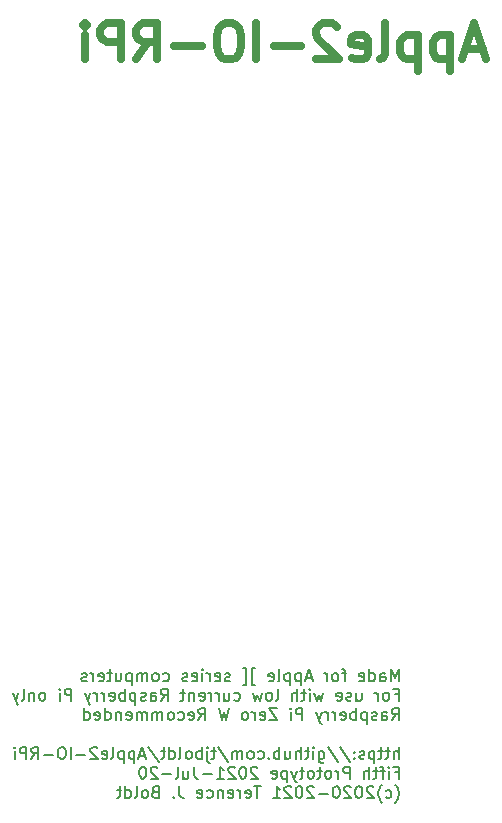
<source format=gbr>
G04 #@! TF.GenerationSoftware,KiCad,Pcbnew,(5.1.10-1-10_14)*
G04 #@! TF.CreationDate,2021-07-20T17:57:18-04:00*
G04 #@! TF.ProjectId,Apple2IORPi,4170706c-6532-4494-9f52-50692e6b6963,0.4*
G04 #@! TF.SameCoordinates,Original*
G04 #@! TF.FileFunction,Legend,Bot*
G04 #@! TF.FilePolarity,Positive*
%FSLAX46Y46*%
G04 Gerber Fmt 4.6, Leading zero omitted, Abs format (unit mm)*
G04 Created by KiCad (PCBNEW (5.1.10-1-10_14)) date 2021-07-20 17:57:18*
%MOMM*%
%LPD*%
G01*
G04 APERTURE LIST*
%ADD10C,0.635000*%
%ADD11C,0.150000*%
G04 APERTURE END LIST*
D10*
X190594342Y-46609000D02*
X189142914Y-46609000D01*
X190884628Y-47479857D02*
X189868628Y-44431857D01*
X188852628Y-47479857D01*
X187836628Y-45447857D02*
X187836628Y-48495857D01*
X187836628Y-45593000D02*
X187546342Y-45447857D01*
X186965771Y-45447857D01*
X186675485Y-45593000D01*
X186530342Y-45738142D01*
X186385200Y-46028428D01*
X186385200Y-46899285D01*
X186530342Y-47189571D01*
X186675485Y-47334714D01*
X186965771Y-47479857D01*
X187546342Y-47479857D01*
X187836628Y-47334714D01*
X185078914Y-45447857D02*
X185078914Y-48495857D01*
X185078914Y-45593000D02*
X184788628Y-45447857D01*
X184208057Y-45447857D01*
X183917771Y-45593000D01*
X183772628Y-45738142D01*
X183627485Y-46028428D01*
X183627485Y-46899285D01*
X183772628Y-47189571D01*
X183917771Y-47334714D01*
X184208057Y-47479857D01*
X184788628Y-47479857D01*
X185078914Y-47334714D01*
X181885771Y-47479857D02*
X182176057Y-47334714D01*
X182321200Y-47044428D01*
X182321200Y-44431857D01*
X179563485Y-47334714D02*
X179853771Y-47479857D01*
X180434342Y-47479857D01*
X180724628Y-47334714D01*
X180869771Y-47044428D01*
X180869771Y-45883285D01*
X180724628Y-45593000D01*
X180434342Y-45447857D01*
X179853771Y-45447857D01*
X179563485Y-45593000D01*
X179418342Y-45883285D01*
X179418342Y-46173571D01*
X180869771Y-46463857D01*
X178257200Y-44722142D02*
X178112057Y-44577000D01*
X177821771Y-44431857D01*
X177096057Y-44431857D01*
X176805771Y-44577000D01*
X176660628Y-44722142D01*
X176515485Y-45012428D01*
X176515485Y-45302714D01*
X176660628Y-45738142D01*
X178402342Y-47479857D01*
X176515485Y-47479857D01*
X175209200Y-46318714D02*
X172886914Y-46318714D01*
X171435485Y-47479857D02*
X171435485Y-44431857D01*
X169403485Y-44431857D02*
X168822914Y-44431857D01*
X168532628Y-44577000D01*
X168242342Y-44867285D01*
X168097200Y-45447857D01*
X168097200Y-46463857D01*
X168242342Y-47044428D01*
X168532628Y-47334714D01*
X168822914Y-47479857D01*
X169403485Y-47479857D01*
X169693771Y-47334714D01*
X169984057Y-47044428D01*
X170129200Y-46463857D01*
X170129200Y-45447857D01*
X169984057Y-44867285D01*
X169693771Y-44577000D01*
X169403485Y-44431857D01*
X166790914Y-46318714D02*
X164468628Y-46318714D01*
X161275485Y-47479857D02*
X162291485Y-46028428D01*
X163017200Y-47479857D02*
X163017200Y-44431857D01*
X161856057Y-44431857D01*
X161565771Y-44577000D01*
X161420628Y-44722142D01*
X161275485Y-45012428D01*
X161275485Y-45447857D01*
X161420628Y-45738142D01*
X161565771Y-45883285D01*
X161856057Y-46028428D01*
X163017200Y-46028428D01*
X159969200Y-47479857D02*
X159969200Y-44431857D01*
X158808057Y-44431857D01*
X158517771Y-44577000D01*
X158372628Y-44722142D01*
X158227485Y-45012428D01*
X158227485Y-45447857D01*
X158372628Y-45738142D01*
X158517771Y-45883285D01*
X158808057Y-46028428D01*
X159969200Y-46028428D01*
X156921200Y-47479857D02*
X156921200Y-45447857D01*
X156921200Y-44431857D02*
X157066342Y-44577000D01*
X156921200Y-44722142D01*
X156776057Y-44577000D01*
X156921200Y-44431857D01*
X156921200Y-44722142D01*
D11*
X183484204Y-100124980D02*
X183484204Y-99124980D01*
X183150871Y-99839266D01*
X182817538Y-99124980D01*
X182817538Y-100124980D01*
X181912776Y-100124980D02*
X181912776Y-99601171D01*
X181960395Y-99505933D01*
X182055633Y-99458314D01*
X182246109Y-99458314D01*
X182341347Y-99505933D01*
X181912776Y-100077361D02*
X182008014Y-100124980D01*
X182246109Y-100124980D01*
X182341347Y-100077361D01*
X182388966Y-99982123D01*
X182388966Y-99886885D01*
X182341347Y-99791647D01*
X182246109Y-99744028D01*
X182008014Y-99744028D01*
X181912776Y-99696409D01*
X181008014Y-100124980D02*
X181008014Y-99124980D01*
X181008014Y-100077361D02*
X181103252Y-100124980D01*
X181293728Y-100124980D01*
X181388966Y-100077361D01*
X181436585Y-100029742D01*
X181484204Y-99934504D01*
X181484204Y-99648790D01*
X181436585Y-99553552D01*
X181388966Y-99505933D01*
X181293728Y-99458314D01*
X181103252Y-99458314D01*
X181008014Y-99505933D01*
X180150871Y-100077361D02*
X180246109Y-100124980D01*
X180436585Y-100124980D01*
X180531823Y-100077361D01*
X180579442Y-99982123D01*
X180579442Y-99601171D01*
X180531823Y-99505933D01*
X180436585Y-99458314D01*
X180246109Y-99458314D01*
X180150871Y-99505933D01*
X180103252Y-99601171D01*
X180103252Y-99696409D01*
X180579442Y-99791647D01*
X179055633Y-99458314D02*
X178674680Y-99458314D01*
X178912776Y-100124980D02*
X178912776Y-99267838D01*
X178865157Y-99172600D01*
X178769919Y-99124980D01*
X178674680Y-99124980D01*
X178198490Y-100124980D02*
X178293728Y-100077361D01*
X178341347Y-100029742D01*
X178388966Y-99934504D01*
X178388966Y-99648790D01*
X178341347Y-99553552D01*
X178293728Y-99505933D01*
X178198490Y-99458314D01*
X178055633Y-99458314D01*
X177960395Y-99505933D01*
X177912776Y-99553552D01*
X177865157Y-99648790D01*
X177865157Y-99934504D01*
X177912776Y-100029742D01*
X177960395Y-100077361D01*
X178055633Y-100124980D01*
X178198490Y-100124980D01*
X177436585Y-100124980D02*
X177436585Y-99458314D01*
X177436585Y-99648790D02*
X177388966Y-99553552D01*
X177341347Y-99505933D01*
X177246109Y-99458314D01*
X177150871Y-99458314D01*
X176103252Y-99839266D02*
X175627061Y-99839266D01*
X176198490Y-100124980D02*
X175865157Y-99124980D01*
X175531823Y-100124980D01*
X175198490Y-99458314D02*
X175198490Y-100458314D01*
X175198490Y-99505933D02*
X175103252Y-99458314D01*
X174912776Y-99458314D01*
X174817538Y-99505933D01*
X174769919Y-99553552D01*
X174722300Y-99648790D01*
X174722300Y-99934504D01*
X174769919Y-100029742D01*
X174817538Y-100077361D01*
X174912776Y-100124980D01*
X175103252Y-100124980D01*
X175198490Y-100077361D01*
X174293728Y-99458314D02*
X174293728Y-100458314D01*
X174293728Y-99505933D02*
X174198490Y-99458314D01*
X174008014Y-99458314D01*
X173912776Y-99505933D01*
X173865157Y-99553552D01*
X173817538Y-99648790D01*
X173817538Y-99934504D01*
X173865157Y-100029742D01*
X173912776Y-100077361D01*
X174008014Y-100124980D01*
X174198490Y-100124980D01*
X174293728Y-100077361D01*
X173246109Y-100124980D02*
X173341347Y-100077361D01*
X173388966Y-99982123D01*
X173388966Y-99124980D01*
X172484204Y-100077361D02*
X172579442Y-100124980D01*
X172769919Y-100124980D01*
X172865157Y-100077361D01*
X172912776Y-99982123D01*
X172912776Y-99601171D01*
X172865157Y-99505933D01*
X172769919Y-99458314D01*
X172579442Y-99458314D01*
X172484204Y-99505933D01*
X172436585Y-99601171D01*
X172436585Y-99696409D01*
X172912776Y-99791647D01*
X171341347Y-100458314D02*
X171103252Y-100458314D01*
X171103252Y-99029742D01*
X171341347Y-99029742D01*
X170293728Y-100458314D02*
X170531823Y-100458314D01*
X170531823Y-99029742D01*
X170293728Y-99029742D01*
X169198490Y-100077361D02*
X169103252Y-100124980D01*
X168912776Y-100124980D01*
X168817538Y-100077361D01*
X168769919Y-99982123D01*
X168769919Y-99934504D01*
X168817538Y-99839266D01*
X168912776Y-99791647D01*
X169055633Y-99791647D01*
X169150871Y-99744028D01*
X169198490Y-99648790D01*
X169198490Y-99601171D01*
X169150871Y-99505933D01*
X169055633Y-99458314D01*
X168912776Y-99458314D01*
X168817538Y-99505933D01*
X167960395Y-100077361D02*
X168055633Y-100124980D01*
X168246109Y-100124980D01*
X168341347Y-100077361D01*
X168388966Y-99982123D01*
X168388966Y-99601171D01*
X168341347Y-99505933D01*
X168246109Y-99458314D01*
X168055633Y-99458314D01*
X167960395Y-99505933D01*
X167912776Y-99601171D01*
X167912776Y-99696409D01*
X168388966Y-99791647D01*
X167484204Y-100124980D02*
X167484204Y-99458314D01*
X167484204Y-99648790D02*
X167436585Y-99553552D01*
X167388966Y-99505933D01*
X167293728Y-99458314D01*
X167198490Y-99458314D01*
X166865157Y-100124980D02*
X166865157Y-99458314D01*
X166865157Y-99124980D02*
X166912776Y-99172600D01*
X166865157Y-99220219D01*
X166817538Y-99172600D01*
X166865157Y-99124980D01*
X166865157Y-99220219D01*
X166008014Y-100077361D02*
X166103252Y-100124980D01*
X166293728Y-100124980D01*
X166388966Y-100077361D01*
X166436585Y-99982123D01*
X166436585Y-99601171D01*
X166388966Y-99505933D01*
X166293728Y-99458314D01*
X166103252Y-99458314D01*
X166008014Y-99505933D01*
X165960395Y-99601171D01*
X165960395Y-99696409D01*
X166436585Y-99791647D01*
X165579442Y-100077361D02*
X165484204Y-100124980D01*
X165293728Y-100124980D01*
X165198490Y-100077361D01*
X165150871Y-99982123D01*
X165150871Y-99934504D01*
X165198490Y-99839266D01*
X165293728Y-99791647D01*
X165436585Y-99791647D01*
X165531823Y-99744028D01*
X165579442Y-99648790D01*
X165579442Y-99601171D01*
X165531823Y-99505933D01*
X165436585Y-99458314D01*
X165293728Y-99458314D01*
X165198490Y-99505933D01*
X163531823Y-100077361D02*
X163627061Y-100124980D01*
X163817538Y-100124980D01*
X163912776Y-100077361D01*
X163960395Y-100029742D01*
X164008014Y-99934504D01*
X164008014Y-99648790D01*
X163960395Y-99553552D01*
X163912776Y-99505933D01*
X163817538Y-99458314D01*
X163627061Y-99458314D01*
X163531823Y-99505933D01*
X162960395Y-100124980D02*
X163055633Y-100077361D01*
X163103252Y-100029742D01*
X163150871Y-99934504D01*
X163150871Y-99648790D01*
X163103252Y-99553552D01*
X163055633Y-99505933D01*
X162960395Y-99458314D01*
X162817538Y-99458314D01*
X162722300Y-99505933D01*
X162674680Y-99553552D01*
X162627061Y-99648790D01*
X162627061Y-99934504D01*
X162674680Y-100029742D01*
X162722300Y-100077361D01*
X162817538Y-100124980D01*
X162960395Y-100124980D01*
X162198490Y-100124980D02*
X162198490Y-99458314D01*
X162198490Y-99553552D02*
X162150871Y-99505933D01*
X162055633Y-99458314D01*
X161912776Y-99458314D01*
X161817538Y-99505933D01*
X161769919Y-99601171D01*
X161769919Y-100124980D01*
X161769919Y-99601171D02*
X161722300Y-99505933D01*
X161627061Y-99458314D01*
X161484204Y-99458314D01*
X161388966Y-99505933D01*
X161341347Y-99601171D01*
X161341347Y-100124980D01*
X160865157Y-99458314D02*
X160865157Y-100458314D01*
X160865157Y-99505933D02*
X160769919Y-99458314D01*
X160579442Y-99458314D01*
X160484204Y-99505933D01*
X160436585Y-99553552D01*
X160388966Y-99648790D01*
X160388966Y-99934504D01*
X160436585Y-100029742D01*
X160484204Y-100077361D01*
X160579442Y-100124980D01*
X160769919Y-100124980D01*
X160865157Y-100077361D01*
X159531823Y-99458314D02*
X159531823Y-100124980D01*
X159960395Y-99458314D02*
X159960395Y-99982123D01*
X159912776Y-100077361D01*
X159817538Y-100124980D01*
X159674680Y-100124980D01*
X159579442Y-100077361D01*
X159531823Y-100029742D01*
X159198490Y-99458314D02*
X158817538Y-99458314D01*
X159055633Y-99124980D02*
X159055633Y-99982123D01*
X159008014Y-100077361D01*
X158912776Y-100124980D01*
X158817538Y-100124980D01*
X158103252Y-100077361D02*
X158198490Y-100124980D01*
X158388966Y-100124980D01*
X158484204Y-100077361D01*
X158531823Y-99982123D01*
X158531823Y-99601171D01*
X158484204Y-99505933D01*
X158388966Y-99458314D01*
X158198490Y-99458314D01*
X158103252Y-99505933D01*
X158055633Y-99601171D01*
X158055633Y-99696409D01*
X158531823Y-99791647D01*
X157627061Y-100124980D02*
X157627061Y-99458314D01*
X157627061Y-99648790D02*
X157579442Y-99553552D01*
X157531823Y-99505933D01*
X157436585Y-99458314D01*
X157341347Y-99458314D01*
X157055633Y-100077361D02*
X156960395Y-100124980D01*
X156769919Y-100124980D01*
X156674680Y-100077361D01*
X156627061Y-99982123D01*
X156627061Y-99934504D01*
X156674680Y-99839266D01*
X156769919Y-99791647D01*
X156912776Y-99791647D01*
X157008014Y-99744028D01*
X157055633Y-99648790D01*
X157055633Y-99601171D01*
X157008014Y-99505933D01*
X156912776Y-99458314D01*
X156769919Y-99458314D01*
X156674680Y-99505933D01*
X183150871Y-101251171D02*
X183484204Y-101251171D01*
X183484204Y-101774980D02*
X183484204Y-100774980D01*
X183008014Y-100774980D01*
X182484204Y-101774980D02*
X182579442Y-101727361D01*
X182627061Y-101679742D01*
X182674680Y-101584504D01*
X182674680Y-101298790D01*
X182627061Y-101203552D01*
X182579442Y-101155933D01*
X182484204Y-101108314D01*
X182341347Y-101108314D01*
X182246109Y-101155933D01*
X182198490Y-101203552D01*
X182150871Y-101298790D01*
X182150871Y-101584504D01*
X182198490Y-101679742D01*
X182246109Y-101727361D01*
X182341347Y-101774980D01*
X182484204Y-101774980D01*
X181722300Y-101774980D02*
X181722300Y-101108314D01*
X181722300Y-101298790D02*
X181674680Y-101203552D01*
X181627061Y-101155933D01*
X181531823Y-101108314D01*
X181436585Y-101108314D01*
X179912776Y-101108314D02*
X179912776Y-101774980D01*
X180341347Y-101108314D02*
X180341347Y-101632123D01*
X180293728Y-101727361D01*
X180198490Y-101774980D01*
X180055633Y-101774980D01*
X179960395Y-101727361D01*
X179912776Y-101679742D01*
X179484204Y-101727361D02*
X179388966Y-101774980D01*
X179198490Y-101774980D01*
X179103252Y-101727361D01*
X179055633Y-101632123D01*
X179055633Y-101584504D01*
X179103252Y-101489266D01*
X179198490Y-101441647D01*
X179341347Y-101441647D01*
X179436585Y-101394028D01*
X179484204Y-101298790D01*
X179484204Y-101251171D01*
X179436585Y-101155933D01*
X179341347Y-101108314D01*
X179198490Y-101108314D01*
X179103252Y-101155933D01*
X178246109Y-101727361D02*
X178341347Y-101774980D01*
X178531823Y-101774980D01*
X178627061Y-101727361D01*
X178674680Y-101632123D01*
X178674680Y-101251171D01*
X178627061Y-101155933D01*
X178531823Y-101108314D01*
X178341347Y-101108314D01*
X178246109Y-101155933D01*
X178198490Y-101251171D01*
X178198490Y-101346409D01*
X178674680Y-101441647D01*
X177103252Y-101108314D02*
X176912776Y-101774980D01*
X176722300Y-101298790D01*
X176531823Y-101774980D01*
X176341347Y-101108314D01*
X175960395Y-101774980D02*
X175960395Y-101108314D01*
X175960395Y-100774980D02*
X176008014Y-100822600D01*
X175960395Y-100870219D01*
X175912776Y-100822600D01*
X175960395Y-100774980D01*
X175960395Y-100870219D01*
X175627061Y-101108314D02*
X175246109Y-101108314D01*
X175484204Y-100774980D02*
X175484204Y-101632123D01*
X175436585Y-101727361D01*
X175341347Y-101774980D01*
X175246109Y-101774980D01*
X174912776Y-101774980D02*
X174912776Y-100774980D01*
X174484204Y-101774980D02*
X174484204Y-101251171D01*
X174531823Y-101155933D01*
X174627061Y-101108314D01*
X174769919Y-101108314D01*
X174865157Y-101155933D01*
X174912776Y-101203552D01*
X173103252Y-101774980D02*
X173198490Y-101727361D01*
X173246109Y-101632123D01*
X173246109Y-100774980D01*
X172579442Y-101774980D02*
X172674680Y-101727361D01*
X172722300Y-101679742D01*
X172769919Y-101584504D01*
X172769919Y-101298790D01*
X172722300Y-101203552D01*
X172674680Y-101155933D01*
X172579442Y-101108314D01*
X172436585Y-101108314D01*
X172341347Y-101155933D01*
X172293728Y-101203552D01*
X172246109Y-101298790D01*
X172246109Y-101584504D01*
X172293728Y-101679742D01*
X172341347Y-101727361D01*
X172436585Y-101774980D01*
X172579442Y-101774980D01*
X171912776Y-101108314D02*
X171722300Y-101774980D01*
X171531823Y-101298790D01*
X171341347Y-101774980D01*
X171150871Y-101108314D01*
X169579442Y-101727361D02*
X169674680Y-101774980D01*
X169865157Y-101774980D01*
X169960395Y-101727361D01*
X170008014Y-101679742D01*
X170055633Y-101584504D01*
X170055633Y-101298790D01*
X170008014Y-101203552D01*
X169960395Y-101155933D01*
X169865157Y-101108314D01*
X169674680Y-101108314D01*
X169579442Y-101155933D01*
X168722300Y-101108314D02*
X168722300Y-101774980D01*
X169150871Y-101108314D02*
X169150871Y-101632123D01*
X169103252Y-101727361D01*
X169008014Y-101774980D01*
X168865157Y-101774980D01*
X168769919Y-101727361D01*
X168722300Y-101679742D01*
X168246109Y-101774980D02*
X168246109Y-101108314D01*
X168246109Y-101298790D02*
X168198490Y-101203552D01*
X168150871Y-101155933D01*
X168055633Y-101108314D01*
X167960395Y-101108314D01*
X167627061Y-101774980D02*
X167627061Y-101108314D01*
X167627061Y-101298790D02*
X167579442Y-101203552D01*
X167531823Y-101155933D01*
X167436585Y-101108314D01*
X167341347Y-101108314D01*
X166627061Y-101727361D02*
X166722300Y-101774980D01*
X166912776Y-101774980D01*
X167008014Y-101727361D01*
X167055633Y-101632123D01*
X167055633Y-101251171D01*
X167008014Y-101155933D01*
X166912776Y-101108314D01*
X166722300Y-101108314D01*
X166627061Y-101155933D01*
X166579442Y-101251171D01*
X166579442Y-101346409D01*
X167055633Y-101441647D01*
X166150871Y-101108314D02*
X166150871Y-101774980D01*
X166150871Y-101203552D02*
X166103252Y-101155933D01*
X166008014Y-101108314D01*
X165865157Y-101108314D01*
X165769919Y-101155933D01*
X165722300Y-101251171D01*
X165722300Y-101774980D01*
X165388966Y-101108314D02*
X165008014Y-101108314D01*
X165246109Y-100774980D02*
X165246109Y-101632123D01*
X165198490Y-101727361D01*
X165103252Y-101774980D01*
X165008014Y-101774980D01*
X163341347Y-101774980D02*
X163674680Y-101298790D01*
X163912776Y-101774980D02*
X163912776Y-100774980D01*
X163531823Y-100774980D01*
X163436585Y-100822600D01*
X163388966Y-100870219D01*
X163341347Y-100965457D01*
X163341347Y-101108314D01*
X163388966Y-101203552D01*
X163436585Y-101251171D01*
X163531823Y-101298790D01*
X163912776Y-101298790D01*
X162484204Y-101774980D02*
X162484204Y-101251171D01*
X162531823Y-101155933D01*
X162627061Y-101108314D01*
X162817538Y-101108314D01*
X162912776Y-101155933D01*
X162484204Y-101727361D02*
X162579442Y-101774980D01*
X162817538Y-101774980D01*
X162912776Y-101727361D01*
X162960395Y-101632123D01*
X162960395Y-101536885D01*
X162912776Y-101441647D01*
X162817538Y-101394028D01*
X162579442Y-101394028D01*
X162484204Y-101346409D01*
X162055633Y-101727361D02*
X161960395Y-101774980D01*
X161769919Y-101774980D01*
X161674680Y-101727361D01*
X161627061Y-101632123D01*
X161627061Y-101584504D01*
X161674680Y-101489266D01*
X161769919Y-101441647D01*
X161912776Y-101441647D01*
X162008014Y-101394028D01*
X162055633Y-101298790D01*
X162055633Y-101251171D01*
X162008014Y-101155933D01*
X161912776Y-101108314D01*
X161769919Y-101108314D01*
X161674680Y-101155933D01*
X161198490Y-101108314D02*
X161198490Y-102108314D01*
X161198490Y-101155933D02*
X161103252Y-101108314D01*
X160912776Y-101108314D01*
X160817538Y-101155933D01*
X160769919Y-101203552D01*
X160722300Y-101298790D01*
X160722300Y-101584504D01*
X160769919Y-101679742D01*
X160817538Y-101727361D01*
X160912776Y-101774980D01*
X161103252Y-101774980D01*
X161198490Y-101727361D01*
X160293728Y-101774980D02*
X160293728Y-100774980D01*
X160293728Y-101155933D02*
X160198490Y-101108314D01*
X160008014Y-101108314D01*
X159912776Y-101155933D01*
X159865157Y-101203552D01*
X159817538Y-101298790D01*
X159817538Y-101584504D01*
X159865157Y-101679742D01*
X159912776Y-101727361D01*
X160008014Y-101774980D01*
X160198490Y-101774980D01*
X160293728Y-101727361D01*
X159008014Y-101727361D02*
X159103252Y-101774980D01*
X159293728Y-101774980D01*
X159388966Y-101727361D01*
X159436585Y-101632123D01*
X159436585Y-101251171D01*
X159388966Y-101155933D01*
X159293728Y-101108314D01*
X159103252Y-101108314D01*
X159008014Y-101155933D01*
X158960395Y-101251171D01*
X158960395Y-101346409D01*
X159436585Y-101441647D01*
X158531823Y-101774980D02*
X158531823Y-101108314D01*
X158531823Y-101298790D02*
X158484204Y-101203552D01*
X158436585Y-101155933D01*
X158341347Y-101108314D01*
X158246109Y-101108314D01*
X157912776Y-101774980D02*
X157912776Y-101108314D01*
X157912776Y-101298790D02*
X157865157Y-101203552D01*
X157817538Y-101155933D01*
X157722300Y-101108314D01*
X157627061Y-101108314D01*
X157388966Y-101108314D02*
X157150871Y-101774980D01*
X156912776Y-101108314D02*
X157150871Y-101774980D01*
X157246109Y-102013076D01*
X157293728Y-102060695D01*
X157388966Y-102108314D01*
X155769919Y-101774980D02*
X155769919Y-100774980D01*
X155388966Y-100774980D01*
X155293728Y-100822600D01*
X155246109Y-100870219D01*
X155198490Y-100965457D01*
X155198490Y-101108314D01*
X155246109Y-101203552D01*
X155293728Y-101251171D01*
X155388966Y-101298790D01*
X155769919Y-101298790D01*
X154769919Y-101774980D02*
X154769919Y-101108314D01*
X154769919Y-100774980D02*
X154817538Y-100822600D01*
X154769919Y-100870219D01*
X154722300Y-100822600D01*
X154769919Y-100774980D01*
X154769919Y-100870219D01*
X153388966Y-101774980D02*
X153484204Y-101727361D01*
X153531823Y-101679742D01*
X153579442Y-101584504D01*
X153579442Y-101298790D01*
X153531823Y-101203552D01*
X153484204Y-101155933D01*
X153388966Y-101108314D01*
X153246109Y-101108314D01*
X153150871Y-101155933D01*
X153103252Y-101203552D01*
X153055633Y-101298790D01*
X153055633Y-101584504D01*
X153103252Y-101679742D01*
X153150871Y-101727361D01*
X153246109Y-101774980D01*
X153388966Y-101774980D01*
X152627061Y-101108314D02*
X152627061Y-101774980D01*
X152627061Y-101203552D02*
X152579442Y-101155933D01*
X152484204Y-101108314D01*
X152341347Y-101108314D01*
X152246109Y-101155933D01*
X152198490Y-101251171D01*
X152198490Y-101774980D01*
X151579442Y-101774980D02*
X151674680Y-101727361D01*
X151722300Y-101632123D01*
X151722300Y-100774980D01*
X151293728Y-101108314D02*
X151055633Y-101774980D01*
X150817538Y-101108314D02*
X151055633Y-101774980D01*
X151150871Y-102013076D01*
X151198490Y-102060695D01*
X151293728Y-102108314D01*
X182912776Y-103424980D02*
X183246109Y-102948790D01*
X183484204Y-103424980D02*
X183484204Y-102424980D01*
X183103252Y-102424980D01*
X183008014Y-102472600D01*
X182960395Y-102520219D01*
X182912776Y-102615457D01*
X182912776Y-102758314D01*
X182960395Y-102853552D01*
X183008014Y-102901171D01*
X183103252Y-102948790D01*
X183484204Y-102948790D01*
X182055633Y-103424980D02*
X182055633Y-102901171D01*
X182103252Y-102805933D01*
X182198490Y-102758314D01*
X182388966Y-102758314D01*
X182484204Y-102805933D01*
X182055633Y-103377361D02*
X182150871Y-103424980D01*
X182388966Y-103424980D01*
X182484204Y-103377361D01*
X182531823Y-103282123D01*
X182531823Y-103186885D01*
X182484204Y-103091647D01*
X182388966Y-103044028D01*
X182150871Y-103044028D01*
X182055633Y-102996409D01*
X181627061Y-103377361D02*
X181531823Y-103424980D01*
X181341347Y-103424980D01*
X181246109Y-103377361D01*
X181198490Y-103282123D01*
X181198490Y-103234504D01*
X181246109Y-103139266D01*
X181341347Y-103091647D01*
X181484204Y-103091647D01*
X181579442Y-103044028D01*
X181627061Y-102948790D01*
X181627061Y-102901171D01*
X181579442Y-102805933D01*
X181484204Y-102758314D01*
X181341347Y-102758314D01*
X181246109Y-102805933D01*
X180769919Y-102758314D02*
X180769919Y-103758314D01*
X180769919Y-102805933D02*
X180674680Y-102758314D01*
X180484204Y-102758314D01*
X180388966Y-102805933D01*
X180341347Y-102853552D01*
X180293728Y-102948790D01*
X180293728Y-103234504D01*
X180341347Y-103329742D01*
X180388966Y-103377361D01*
X180484204Y-103424980D01*
X180674680Y-103424980D01*
X180769919Y-103377361D01*
X179865157Y-103424980D02*
X179865157Y-102424980D01*
X179865157Y-102805933D02*
X179769919Y-102758314D01*
X179579442Y-102758314D01*
X179484204Y-102805933D01*
X179436585Y-102853552D01*
X179388966Y-102948790D01*
X179388966Y-103234504D01*
X179436585Y-103329742D01*
X179484204Y-103377361D01*
X179579442Y-103424980D01*
X179769919Y-103424980D01*
X179865157Y-103377361D01*
X178579442Y-103377361D02*
X178674680Y-103424980D01*
X178865157Y-103424980D01*
X178960395Y-103377361D01*
X179008014Y-103282123D01*
X179008014Y-102901171D01*
X178960395Y-102805933D01*
X178865157Y-102758314D01*
X178674680Y-102758314D01*
X178579442Y-102805933D01*
X178531823Y-102901171D01*
X178531823Y-102996409D01*
X179008014Y-103091647D01*
X178103252Y-103424980D02*
X178103252Y-102758314D01*
X178103252Y-102948790D02*
X178055633Y-102853552D01*
X178008014Y-102805933D01*
X177912776Y-102758314D01*
X177817538Y-102758314D01*
X177484204Y-103424980D02*
X177484204Y-102758314D01*
X177484204Y-102948790D02*
X177436585Y-102853552D01*
X177388966Y-102805933D01*
X177293728Y-102758314D01*
X177198490Y-102758314D01*
X176960395Y-102758314D02*
X176722300Y-103424980D01*
X176484204Y-102758314D02*
X176722300Y-103424980D01*
X176817538Y-103663076D01*
X176865157Y-103710695D01*
X176960395Y-103758314D01*
X175341347Y-103424980D02*
X175341347Y-102424980D01*
X174960395Y-102424980D01*
X174865157Y-102472600D01*
X174817538Y-102520219D01*
X174769919Y-102615457D01*
X174769919Y-102758314D01*
X174817538Y-102853552D01*
X174865157Y-102901171D01*
X174960395Y-102948790D01*
X175341347Y-102948790D01*
X174341347Y-103424980D02*
X174341347Y-102758314D01*
X174341347Y-102424980D02*
X174388966Y-102472600D01*
X174341347Y-102520219D01*
X174293728Y-102472600D01*
X174341347Y-102424980D01*
X174341347Y-102520219D01*
X173198490Y-102424980D02*
X172531823Y-102424980D01*
X173198490Y-103424980D01*
X172531823Y-103424980D01*
X171769919Y-103377361D02*
X171865157Y-103424980D01*
X172055633Y-103424980D01*
X172150871Y-103377361D01*
X172198490Y-103282123D01*
X172198490Y-102901171D01*
X172150871Y-102805933D01*
X172055633Y-102758314D01*
X171865157Y-102758314D01*
X171769919Y-102805933D01*
X171722300Y-102901171D01*
X171722300Y-102996409D01*
X172198490Y-103091647D01*
X171293728Y-103424980D02*
X171293728Y-102758314D01*
X171293728Y-102948790D02*
X171246109Y-102853552D01*
X171198490Y-102805933D01*
X171103252Y-102758314D01*
X171008014Y-102758314D01*
X170531823Y-103424980D02*
X170627061Y-103377361D01*
X170674680Y-103329742D01*
X170722300Y-103234504D01*
X170722300Y-102948790D01*
X170674680Y-102853552D01*
X170627061Y-102805933D01*
X170531823Y-102758314D01*
X170388966Y-102758314D01*
X170293728Y-102805933D01*
X170246109Y-102853552D01*
X170198490Y-102948790D01*
X170198490Y-103234504D01*
X170246109Y-103329742D01*
X170293728Y-103377361D01*
X170388966Y-103424980D01*
X170531823Y-103424980D01*
X169103252Y-102424980D02*
X168865157Y-103424980D01*
X168674680Y-102710695D01*
X168484204Y-103424980D01*
X168246109Y-102424980D01*
X166531823Y-103424980D02*
X166865157Y-102948790D01*
X167103252Y-103424980D02*
X167103252Y-102424980D01*
X166722300Y-102424980D01*
X166627061Y-102472600D01*
X166579442Y-102520219D01*
X166531823Y-102615457D01*
X166531823Y-102758314D01*
X166579442Y-102853552D01*
X166627061Y-102901171D01*
X166722300Y-102948790D01*
X167103252Y-102948790D01*
X165722300Y-103377361D02*
X165817538Y-103424980D01*
X166008014Y-103424980D01*
X166103252Y-103377361D01*
X166150871Y-103282123D01*
X166150871Y-102901171D01*
X166103252Y-102805933D01*
X166008014Y-102758314D01*
X165817538Y-102758314D01*
X165722300Y-102805933D01*
X165674680Y-102901171D01*
X165674680Y-102996409D01*
X166150871Y-103091647D01*
X164817538Y-103377361D02*
X164912776Y-103424980D01*
X165103252Y-103424980D01*
X165198490Y-103377361D01*
X165246109Y-103329742D01*
X165293728Y-103234504D01*
X165293728Y-102948790D01*
X165246109Y-102853552D01*
X165198490Y-102805933D01*
X165103252Y-102758314D01*
X164912776Y-102758314D01*
X164817538Y-102805933D01*
X164246109Y-103424980D02*
X164341347Y-103377361D01*
X164388966Y-103329742D01*
X164436585Y-103234504D01*
X164436585Y-102948790D01*
X164388966Y-102853552D01*
X164341347Y-102805933D01*
X164246109Y-102758314D01*
X164103252Y-102758314D01*
X164008014Y-102805933D01*
X163960395Y-102853552D01*
X163912776Y-102948790D01*
X163912776Y-103234504D01*
X163960395Y-103329742D01*
X164008014Y-103377361D01*
X164103252Y-103424980D01*
X164246109Y-103424980D01*
X163484204Y-103424980D02*
X163484204Y-102758314D01*
X163484204Y-102853552D02*
X163436585Y-102805933D01*
X163341347Y-102758314D01*
X163198490Y-102758314D01*
X163103252Y-102805933D01*
X163055633Y-102901171D01*
X163055633Y-103424980D01*
X163055633Y-102901171D02*
X163008014Y-102805933D01*
X162912776Y-102758314D01*
X162769919Y-102758314D01*
X162674680Y-102805933D01*
X162627061Y-102901171D01*
X162627061Y-103424980D01*
X162150871Y-103424980D02*
X162150871Y-102758314D01*
X162150871Y-102853552D02*
X162103252Y-102805933D01*
X162008014Y-102758314D01*
X161865157Y-102758314D01*
X161769919Y-102805933D01*
X161722300Y-102901171D01*
X161722300Y-103424980D01*
X161722300Y-102901171D02*
X161674680Y-102805933D01*
X161579442Y-102758314D01*
X161436585Y-102758314D01*
X161341347Y-102805933D01*
X161293728Y-102901171D01*
X161293728Y-103424980D01*
X160436585Y-103377361D02*
X160531823Y-103424980D01*
X160722300Y-103424980D01*
X160817538Y-103377361D01*
X160865157Y-103282123D01*
X160865157Y-102901171D01*
X160817538Y-102805933D01*
X160722300Y-102758314D01*
X160531823Y-102758314D01*
X160436585Y-102805933D01*
X160388966Y-102901171D01*
X160388966Y-102996409D01*
X160865157Y-103091647D01*
X159960395Y-102758314D02*
X159960395Y-103424980D01*
X159960395Y-102853552D02*
X159912776Y-102805933D01*
X159817538Y-102758314D01*
X159674680Y-102758314D01*
X159579442Y-102805933D01*
X159531823Y-102901171D01*
X159531823Y-103424980D01*
X158627061Y-103424980D02*
X158627061Y-102424980D01*
X158627061Y-103377361D02*
X158722300Y-103424980D01*
X158912776Y-103424980D01*
X159008014Y-103377361D01*
X159055633Y-103329742D01*
X159103252Y-103234504D01*
X159103252Y-102948790D01*
X159055633Y-102853552D01*
X159008014Y-102805933D01*
X158912776Y-102758314D01*
X158722300Y-102758314D01*
X158627061Y-102805933D01*
X157769919Y-103377361D02*
X157865157Y-103424980D01*
X158055633Y-103424980D01*
X158150871Y-103377361D01*
X158198490Y-103282123D01*
X158198490Y-102901171D01*
X158150871Y-102805933D01*
X158055633Y-102758314D01*
X157865157Y-102758314D01*
X157769919Y-102805933D01*
X157722300Y-102901171D01*
X157722300Y-102996409D01*
X158198490Y-103091647D01*
X156865157Y-103424980D02*
X156865157Y-102424980D01*
X156865157Y-103377361D02*
X156960395Y-103424980D01*
X157150871Y-103424980D01*
X157246109Y-103377361D01*
X157293728Y-103329742D01*
X157341347Y-103234504D01*
X157341347Y-102948790D01*
X157293728Y-102853552D01*
X157246109Y-102805933D01*
X157150871Y-102758314D01*
X156960395Y-102758314D01*
X156865157Y-102805933D01*
X183484204Y-106724980D02*
X183484204Y-105724980D01*
X183055633Y-106724980D02*
X183055633Y-106201171D01*
X183103252Y-106105933D01*
X183198490Y-106058314D01*
X183341347Y-106058314D01*
X183436585Y-106105933D01*
X183484204Y-106153552D01*
X182722300Y-106058314D02*
X182341347Y-106058314D01*
X182579442Y-105724980D02*
X182579442Y-106582123D01*
X182531823Y-106677361D01*
X182436585Y-106724980D01*
X182341347Y-106724980D01*
X182150871Y-106058314D02*
X181769919Y-106058314D01*
X182008014Y-105724980D02*
X182008014Y-106582123D01*
X181960395Y-106677361D01*
X181865157Y-106724980D01*
X181769919Y-106724980D01*
X181436585Y-106058314D02*
X181436585Y-107058314D01*
X181436585Y-106105933D02*
X181341347Y-106058314D01*
X181150871Y-106058314D01*
X181055633Y-106105933D01*
X181008014Y-106153552D01*
X180960395Y-106248790D01*
X180960395Y-106534504D01*
X181008014Y-106629742D01*
X181055633Y-106677361D01*
X181150871Y-106724980D01*
X181341347Y-106724980D01*
X181436585Y-106677361D01*
X180579442Y-106677361D02*
X180484204Y-106724980D01*
X180293728Y-106724980D01*
X180198490Y-106677361D01*
X180150871Y-106582123D01*
X180150871Y-106534504D01*
X180198490Y-106439266D01*
X180293728Y-106391647D01*
X180436585Y-106391647D01*
X180531823Y-106344028D01*
X180579442Y-106248790D01*
X180579442Y-106201171D01*
X180531823Y-106105933D01*
X180436585Y-106058314D01*
X180293728Y-106058314D01*
X180198490Y-106105933D01*
X179722300Y-106629742D02*
X179674680Y-106677361D01*
X179722300Y-106724980D01*
X179769919Y-106677361D01*
X179722300Y-106629742D01*
X179722300Y-106724980D01*
X179722300Y-106105933D02*
X179674680Y-106153552D01*
X179722300Y-106201171D01*
X179769919Y-106153552D01*
X179722300Y-106105933D01*
X179722300Y-106201171D01*
X178531823Y-105677361D02*
X179388966Y-106963076D01*
X177484204Y-105677361D02*
X178341347Y-106963076D01*
X176722300Y-106058314D02*
X176722300Y-106867838D01*
X176769919Y-106963076D01*
X176817538Y-107010695D01*
X176912776Y-107058314D01*
X177055633Y-107058314D01*
X177150871Y-107010695D01*
X176722300Y-106677361D02*
X176817538Y-106724980D01*
X177008014Y-106724980D01*
X177103252Y-106677361D01*
X177150871Y-106629742D01*
X177198490Y-106534504D01*
X177198490Y-106248790D01*
X177150871Y-106153552D01*
X177103252Y-106105933D01*
X177008014Y-106058314D01*
X176817538Y-106058314D01*
X176722300Y-106105933D01*
X176246109Y-106724980D02*
X176246109Y-106058314D01*
X176246109Y-105724980D02*
X176293728Y-105772600D01*
X176246109Y-105820219D01*
X176198490Y-105772600D01*
X176246109Y-105724980D01*
X176246109Y-105820219D01*
X175912776Y-106058314D02*
X175531823Y-106058314D01*
X175769919Y-105724980D02*
X175769919Y-106582123D01*
X175722300Y-106677361D01*
X175627061Y-106724980D01*
X175531823Y-106724980D01*
X175198490Y-106724980D02*
X175198490Y-105724980D01*
X174769919Y-106724980D02*
X174769919Y-106201171D01*
X174817538Y-106105933D01*
X174912776Y-106058314D01*
X175055633Y-106058314D01*
X175150871Y-106105933D01*
X175198490Y-106153552D01*
X173865157Y-106058314D02*
X173865157Y-106724980D01*
X174293728Y-106058314D02*
X174293728Y-106582123D01*
X174246109Y-106677361D01*
X174150871Y-106724980D01*
X174008014Y-106724980D01*
X173912776Y-106677361D01*
X173865157Y-106629742D01*
X173388966Y-106724980D02*
X173388966Y-105724980D01*
X173388966Y-106105933D02*
X173293728Y-106058314D01*
X173103252Y-106058314D01*
X173008014Y-106105933D01*
X172960395Y-106153552D01*
X172912776Y-106248790D01*
X172912776Y-106534504D01*
X172960395Y-106629742D01*
X173008014Y-106677361D01*
X173103252Y-106724980D01*
X173293728Y-106724980D01*
X173388966Y-106677361D01*
X172484204Y-106629742D02*
X172436585Y-106677361D01*
X172484204Y-106724980D01*
X172531823Y-106677361D01*
X172484204Y-106629742D01*
X172484204Y-106724980D01*
X171579442Y-106677361D02*
X171674680Y-106724980D01*
X171865157Y-106724980D01*
X171960395Y-106677361D01*
X172008014Y-106629742D01*
X172055633Y-106534504D01*
X172055633Y-106248790D01*
X172008014Y-106153552D01*
X171960395Y-106105933D01*
X171865157Y-106058314D01*
X171674680Y-106058314D01*
X171579442Y-106105933D01*
X171008014Y-106724980D02*
X171103252Y-106677361D01*
X171150871Y-106629742D01*
X171198490Y-106534504D01*
X171198490Y-106248790D01*
X171150871Y-106153552D01*
X171103252Y-106105933D01*
X171008014Y-106058314D01*
X170865157Y-106058314D01*
X170769919Y-106105933D01*
X170722300Y-106153552D01*
X170674680Y-106248790D01*
X170674680Y-106534504D01*
X170722300Y-106629742D01*
X170769919Y-106677361D01*
X170865157Y-106724980D01*
X171008014Y-106724980D01*
X170246109Y-106724980D02*
X170246109Y-106058314D01*
X170246109Y-106153552D02*
X170198490Y-106105933D01*
X170103252Y-106058314D01*
X169960395Y-106058314D01*
X169865157Y-106105933D01*
X169817538Y-106201171D01*
X169817538Y-106724980D01*
X169817538Y-106201171D02*
X169769919Y-106105933D01*
X169674680Y-106058314D01*
X169531823Y-106058314D01*
X169436585Y-106105933D01*
X169388966Y-106201171D01*
X169388966Y-106724980D01*
X168198490Y-105677361D02*
X169055633Y-106963076D01*
X168008014Y-106058314D02*
X167627061Y-106058314D01*
X167865157Y-105724980D02*
X167865157Y-106582123D01*
X167817538Y-106677361D01*
X167722300Y-106724980D01*
X167627061Y-106724980D01*
X167293728Y-106058314D02*
X167293728Y-106915457D01*
X167341347Y-107010695D01*
X167436585Y-107058314D01*
X167484204Y-107058314D01*
X167293728Y-105724980D02*
X167341347Y-105772600D01*
X167293728Y-105820219D01*
X167246109Y-105772600D01*
X167293728Y-105724980D01*
X167293728Y-105820219D01*
X166817538Y-106724980D02*
X166817538Y-105724980D01*
X166817538Y-106105933D02*
X166722300Y-106058314D01*
X166531823Y-106058314D01*
X166436585Y-106105933D01*
X166388966Y-106153552D01*
X166341347Y-106248790D01*
X166341347Y-106534504D01*
X166388966Y-106629742D01*
X166436585Y-106677361D01*
X166531823Y-106724980D01*
X166722300Y-106724980D01*
X166817538Y-106677361D01*
X165769919Y-106724980D02*
X165865157Y-106677361D01*
X165912776Y-106629742D01*
X165960395Y-106534504D01*
X165960395Y-106248790D01*
X165912776Y-106153552D01*
X165865157Y-106105933D01*
X165769919Y-106058314D01*
X165627061Y-106058314D01*
X165531823Y-106105933D01*
X165484204Y-106153552D01*
X165436585Y-106248790D01*
X165436585Y-106534504D01*
X165484204Y-106629742D01*
X165531823Y-106677361D01*
X165627061Y-106724980D01*
X165769919Y-106724980D01*
X164865157Y-106724980D02*
X164960395Y-106677361D01*
X165008014Y-106582123D01*
X165008014Y-105724980D01*
X164055633Y-106724980D02*
X164055633Y-105724980D01*
X164055633Y-106677361D02*
X164150871Y-106724980D01*
X164341347Y-106724980D01*
X164436585Y-106677361D01*
X164484204Y-106629742D01*
X164531823Y-106534504D01*
X164531823Y-106248790D01*
X164484204Y-106153552D01*
X164436585Y-106105933D01*
X164341347Y-106058314D01*
X164150871Y-106058314D01*
X164055633Y-106105933D01*
X163722300Y-106058314D02*
X163341347Y-106058314D01*
X163579442Y-105724980D02*
X163579442Y-106582123D01*
X163531823Y-106677361D01*
X163436585Y-106724980D01*
X163341347Y-106724980D01*
X162293728Y-105677361D02*
X163150871Y-106963076D01*
X162008014Y-106439266D02*
X161531823Y-106439266D01*
X162103252Y-106724980D02*
X161769919Y-105724980D01*
X161436585Y-106724980D01*
X161103252Y-106058314D02*
X161103252Y-107058314D01*
X161103252Y-106105933D02*
X161008014Y-106058314D01*
X160817538Y-106058314D01*
X160722300Y-106105933D01*
X160674680Y-106153552D01*
X160627061Y-106248790D01*
X160627061Y-106534504D01*
X160674680Y-106629742D01*
X160722300Y-106677361D01*
X160817538Y-106724980D01*
X161008014Y-106724980D01*
X161103252Y-106677361D01*
X160198490Y-106058314D02*
X160198490Y-107058314D01*
X160198490Y-106105933D02*
X160103252Y-106058314D01*
X159912776Y-106058314D01*
X159817538Y-106105933D01*
X159769919Y-106153552D01*
X159722300Y-106248790D01*
X159722300Y-106534504D01*
X159769919Y-106629742D01*
X159817538Y-106677361D01*
X159912776Y-106724980D01*
X160103252Y-106724980D01*
X160198490Y-106677361D01*
X159150871Y-106724980D02*
X159246109Y-106677361D01*
X159293728Y-106582123D01*
X159293728Y-105724980D01*
X158388966Y-106677361D02*
X158484204Y-106724980D01*
X158674680Y-106724980D01*
X158769919Y-106677361D01*
X158817538Y-106582123D01*
X158817538Y-106201171D01*
X158769919Y-106105933D01*
X158674680Y-106058314D01*
X158484204Y-106058314D01*
X158388966Y-106105933D01*
X158341347Y-106201171D01*
X158341347Y-106296409D01*
X158817538Y-106391647D01*
X157960395Y-105820219D02*
X157912776Y-105772600D01*
X157817538Y-105724980D01*
X157579442Y-105724980D01*
X157484204Y-105772600D01*
X157436585Y-105820219D01*
X157388966Y-105915457D01*
X157388966Y-106010695D01*
X157436585Y-106153552D01*
X158008014Y-106724980D01*
X157388966Y-106724980D01*
X156960395Y-106344028D02*
X156198490Y-106344028D01*
X155722300Y-106724980D02*
X155722300Y-105724980D01*
X155055633Y-105724980D02*
X154865157Y-105724980D01*
X154769919Y-105772600D01*
X154674680Y-105867838D01*
X154627061Y-106058314D01*
X154627061Y-106391647D01*
X154674680Y-106582123D01*
X154769919Y-106677361D01*
X154865157Y-106724980D01*
X155055633Y-106724980D01*
X155150871Y-106677361D01*
X155246109Y-106582123D01*
X155293728Y-106391647D01*
X155293728Y-106058314D01*
X155246109Y-105867838D01*
X155150871Y-105772600D01*
X155055633Y-105724980D01*
X154198490Y-106344028D02*
X153436585Y-106344028D01*
X152388966Y-106724980D02*
X152722300Y-106248790D01*
X152960395Y-106724980D02*
X152960395Y-105724980D01*
X152579442Y-105724980D01*
X152484204Y-105772600D01*
X152436585Y-105820219D01*
X152388966Y-105915457D01*
X152388966Y-106058314D01*
X152436585Y-106153552D01*
X152484204Y-106201171D01*
X152579442Y-106248790D01*
X152960395Y-106248790D01*
X151960395Y-106724980D02*
X151960395Y-105724980D01*
X151579442Y-105724980D01*
X151484204Y-105772600D01*
X151436585Y-105820219D01*
X151388966Y-105915457D01*
X151388966Y-106058314D01*
X151436585Y-106153552D01*
X151484204Y-106201171D01*
X151579442Y-106248790D01*
X151960395Y-106248790D01*
X150960395Y-106724980D02*
X150960395Y-106058314D01*
X150960395Y-105724980D02*
X151008014Y-105772600D01*
X150960395Y-105820219D01*
X150912776Y-105772600D01*
X150960395Y-105724980D01*
X150960395Y-105820219D01*
X183150871Y-107851171D02*
X183484204Y-107851171D01*
X183484204Y-108374980D02*
X183484204Y-107374980D01*
X183008014Y-107374980D01*
X182627061Y-108374980D02*
X182627061Y-107708314D01*
X182627061Y-107374980D02*
X182674680Y-107422600D01*
X182627061Y-107470219D01*
X182579442Y-107422600D01*
X182627061Y-107374980D01*
X182627061Y-107470219D01*
X182293728Y-107708314D02*
X181912776Y-107708314D01*
X182150871Y-108374980D02*
X182150871Y-107517838D01*
X182103252Y-107422600D01*
X182008014Y-107374980D01*
X181912776Y-107374980D01*
X181722300Y-107708314D02*
X181341347Y-107708314D01*
X181579442Y-107374980D02*
X181579442Y-108232123D01*
X181531823Y-108327361D01*
X181436585Y-108374980D01*
X181341347Y-108374980D01*
X181008014Y-108374980D02*
X181008014Y-107374980D01*
X180579442Y-108374980D02*
X180579442Y-107851171D01*
X180627061Y-107755933D01*
X180722300Y-107708314D01*
X180865157Y-107708314D01*
X180960395Y-107755933D01*
X181008014Y-107803552D01*
X179341347Y-108374980D02*
X179341347Y-107374980D01*
X178960395Y-107374980D01*
X178865157Y-107422600D01*
X178817538Y-107470219D01*
X178769919Y-107565457D01*
X178769919Y-107708314D01*
X178817538Y-107803552D01*
X178865157Y-107851171D01*
X178960395Y-107898790D01*
X179341347Y-107898790D01*
X178341347Y-108374980D02*
X178341347Y-107708314D01*
X178341347Y-107898790D02*
X178293728Y-107803552D01*
X178246109Y-107755933D01*
X178150871Y-107708314D01*
X178055633Y-107708314D01*
X177579442Y-108374980D02*
X177674680Y-108327361D01*
X177722300Y-108279742D01*
X177769919Y-108184504D01*
X177769919Y-107898790D01*
X177722300Y-107803552D01*
X177674680Y-107755933D01*
X177579442Y-107708314D01*
X177436585Y-107708314D01*
X177341347Y-107755933D01*
X177293728Y-107803552D01*
X177246109Y-107898790D01*
X177246109Y-108184504D01*
X177293728Y-108279742D01*
X177341347Y-108327361D01*
X177436585Y-108374980D01*
X177579442Y-108374980D01*
X176960395Y-107708314D02*
X176579442Y-107708314D01*
X176817538Y-107374980D02*
X176817538Y-108232123D01*
X176769919Y-108327361D01*
X176674680Y-108374980D01*
X176579442Y-108374980D01*
X176103252Y-108374980D02*
X176198490Y-108327361D01*
X176246109Y-108279742D01*
X176293728Y-108184504D01*
X176293728Y-107898790D01*
X176246109Y-107803552D01*
X176198490Y-107755933D01*
X176103252Y-107708314D01*
X175960395Y-107708314D01*
X175865157Y-107755933D01*
X175817538Y-107803552D01*
X175769919Y-107898790D01*
X175769919Y-108184504D01*
X175817538Y-108279742D01*
X175865157Y-108327361D01*
X175960395Y-108374980D01*
X176103252Y-108374980D01*
X175484204Y-107708314D02*
X175103252Y-107708314D01*
X175341347Y-107374980D02*
X175341347Y-108232123D01*
X175293728Y-108327361D01*
X175198490Y-108374980D01*
X175103252Y-108374980D01*
X174865157Y-107708314D02*
X174627061Y-108374980D01*
X174388966Y-107708314D02*
X174627061Y-108374980D01*
X174722300Y-108613076D01*
X174769919Y-108660695D01*
X174865157Y-108708314D01*
X174008014Y-107708314D02*
X174008014Y-108708314D01*
X174008014Y-107755933D02*
X173912776Y-107708314D01*
X173722300Y-107708314D01*
X173627061Y-107755933D01*
X173579442Y-107803552D01*
X173531823Y-107898790D01*
X173531823Y-108184504D01*
X173579442Y-108279742D01*
X173627061Y-108327361D01*
X173722300Y-108374980D01*
X173912776Y-108374980D01*
X174008014Y-108327361D01*
X172722300Y-108327361D02*
X172817538Y-108374980D01*
X173008014Y-108374980D01*
X173103252Y-108327361D01*
X173150871Y-108232123D01*
X173150871Y-107851171D01*
X173103252Y-107755933D01*
X173008014Y-107708314D01*
X172817538Y-107708314D01*
X172722300Y-107755933D01*
X172674680Y-107851171D01*
X172674680Y-107946409D01*
X173150871Y-108041647D01*
X171531823Y-107470219D02*
X171484204Y-107422600D01*
X171388966Y-107374980D01*
X171150871Y-107374980D01*
X171055633Y-107422600D01*
X171008014Y-107470219D01*
X170960395Y-107565457D01*
X170960395Y-107660695D01*
X171008014Y-107803552D01*
X171579442Y-108374980D01*
X170960395Y-108374980D01*
X170341347Y-107374980D02*
X170246109Y-107374980D01*
X170150871Y-107422600D01*
X170103252Y-107470219D01*
X170055633Y-107565457D01*
X170008014Y-107755933D01*
X170008014Y-107994028D01*
X170055633Y-108184504D01*
X170103252Y-108279742D01*
X170150871Y-108327361D01*
X170246109Y-108374980D01*
X170341347Y-108374980D01*
X170436585Y-108327361D01*
X170484204Y-108279742D01*
X170531823Y-108184504D01*
X170579442Y-107994028D01*
X170579442Y-107755933D01*
X170531823Y-107565457D01*
X170484204Y-107470219D01*
X170436585Y-107422600D01*
X170341347Y-107374980D01*
X169627061Y-107470219D02*
X169579442Y-107422600D01*
X169484204Y-107374980D01*
X169246109Y-107374980D01*
X169150871Y-107422600D01*
X169103252Y-107470219D01*
X169055633Y-107565457D01*
X169055633Y-107660695D01*
X169103252Y-107803552D01*
X169674680Y-108374980D01*
X169055633Y-108374980D01*
X168103252Y-108374980D02*
X168674680Y-108374980D01*
X168388966Y-108374980D02*
X168388966Y-107374980D01*
X168484204Y-107517838D01*
X168579442Y-107613076D01*
X168674680Y-107660695D01*
X167674680Y-107994028D02*
X166912776Y-107994028D01*
X166150871Y-107374980D02*
X166150871Y-108089266D01*
X166198490Y-108232123D01*
X166293728Y-108327361D01*
X166436585Y-108374980D01*
X166531823Y-108374980D01*
X165246109Y-107708314D02*
X165246109Y-108374980D01*
X165674680Y-107708314D02*
X165674680Y-108232123D01*
X165627061Y-108327361D01*
X165531823Y-108374980D01*
X165388966Y-108374980D01*
X165293728Y-108327361D01*
X165246109Y-108279742D01*
X164627061Y-108374980D02*
X164722300Y-108327361D01*
X164769919Y-108232123D01*
X164769919Y-107374980D01*
X164246109Y-107994028D02*
X163484204Y-107994028D01*
X163055633Y-107470219D02*
X163008014Y-107422600D01*
X162912776Y-107374980D01*
X162674680Y-107374980D01*
X162579442Y-107422600D01*
X162531823Y-107470219D01*
X162484204Y-107565457D01*
X162484204Y-107660695D01*
X162531823Y-107803552D01*
X163103252Y-108374980D01*
X162484204Y-108374980D01*
X161865157Y-107374980D02*
X161769919Y-107374980D01*
X161674680Y-107422600D01*
X161627061Y-107470219D01*
X161579442Y-107565457D01*
X161531823Y-107755933D01*
X161531823Y-107994028D01*
X161579442Y-108184504D01*
X161627061Y-108279742D01*
X161674680Y-108327361D01*
X161769919Y-108374980D01*
X161865157Y-108374980D01*
X161960395Y-108327361D01*
X162008014Y-108279742D01*
X162055633Y-108184504D01*
X162103252Y-107994028D01*
X162103252Y-107755933D01*
X162055633Y-107565457D01*
X162008014Y-107470219D01*
X161960395Y-107422600D01*
X161865157Y-107374980D01*
X183198490Y-110405933D02*
X183246109Y-110358314D01*
X183341347Y-110215457D01*
X183388966Y-110120219D01*
X183436585Y-109977361D01*
X183484204Y-109739266D01*
X183484204Y-109548790D01*
X183436585Y-109310695D01*
X183388966Y-109167838D01*
X183341347Y-109072600D01*
X183246109Y-108929742D01*
X183198490Y-108882123D01*
X182388966Y-109977361D02*
X182484204Y-110024980D01*
X182674680Y-110024980D01*
X182769919Y-109977361D01*
X182817538Y-109929742D01*
X182865157Y-109834504D01*
X182865157Y-109548790D01*
X182817538Y-109453552D01*
X182769919Y-109405933D01*
X182674680Y-109358314D01*
X182484204Y-109358314D01*
X182388966Y-109405933D01*
X182055633Y-110405933D02*
X182008014Y-110358314D01*
X181912776Y-110215457D01*
X181865157Y-110120219D01*
X181817538Y-109977361D01*
X181769919Y-109739266D01*
X181769919Y-109548790D01*
X181817538Y-109310695D01*
X181865157Y-109167838D01*
X181912776Y-109072600D01*
X182008014Y-108929742D01*
X182055633Y-108882123D01*
X181341347Y-109120219D02*
X181293728Y-109072600D01*
X181198490Y-109024980D01*
X180960395Y-109024980D01*
X180865157Y-109072600D01*
X180817538Y-109120219D01*
X180769919Y-109215457D01*
X180769919Y-109310695D01*
X180817538Y-109453552D01*
X181388966Y-110024980D01*
X180769919Y-110024980D01*
X180150871Y-109024980D02*
X180055633Y-109024980D01*
X179960395Y-109072600D01*
X179912776Y-109120219D01*
X179865157Y-109215457D01*
X179817538Y-109405933D01*
X179817538Y-109644028D01*
X179865157Y-109834504D01*
X179912776Y-109929742D01*
X179960395Y-109977361D01*
X180055633Y-110024980D01*
X180150871Y-110024980D01*
X180246109Y-109977361D01*
X180293728Y-109929742D01*
X180341347Y-109834504D01*
X180388966Y-109644028D01*
X180388966Y-109405933D01*
X180341347Y-109215457D01*
X180293728Y-109120219D01*
X180246109Y-109072600D01*
X180150871Y-109024980D01*
X179436585Y-109120219D02*
X179388966Y-109072600D01*
X179293728Y-109024980D01*
X179055633Y-109024980D01*
X178960395Y-109072600D01*
X178912776Y-109120219D01*
X178865157Y-109215457D01*
X178865157Y-109310695D01*
X178912776Y-109453552D01*
X179484204Y-110024980D01*
X178865157Y-110024980D01*
X178246109Y-109024980D02*
X178150871Y-109024980D01*
X178055633Y-109072600D01*
X178008014Y-109120219D01*
X177960395Y-109215457D01*
X177912776Y-109405933D01*
X177912776Y-109644028D01*
X177960395Y-109834504D01*
X178008014Y-109929742D01*
X178055633Y-109977361D01*
X178150871Y-110024980D01*
X178246109Y-110024980D01*
X178341347Y-109977361D01*
X178388966Y-109929742D01*
X178436585Y-109834504D01*
X178484204Y-109644028D01*
X178484204Y-109405933D01*
X178436585Y-109215457D01*
X178388966Y-109120219D01*
X178341347Y-109072600D01*
X178246109Y-109024980D01*
X177484204Y-109644028D02*
X176722300Y-109644028D01*
X176293728Y-109120219D02*
X176246109Y-109072600D01*
X176150871Y-109024980D01*
X175912776Y-109024980D01*
X175817538Y-109072600D01*
X175769919Y-109120219D01*
X175722300Y-109215457D01*
X175722300Y-109310695D01*
X175769919Y-109453552D01*
X176341347Y-110024980D01*
X175722300Y-110024980D01*
X175103252Y-109024980D02*
X175008014Y-109024980D01*
X174912776Y-109072600D01*
X174865157Y-109120219D01*
X174817538Y-109215457D01*
X174769919Y-109405933D01*
X174769919Y-109644028D01*
X174817538Y-109834504D01*
X174865157Y-109929742D01*
X174912776Y-109977361D01*
X175008014Y-110024980D01*
X175103252Y-110024980D01*
X175198490Y-109977361D01*
X175246109Y-109929742D01*
X175293728Y-109834504D01*
X175341347Y-109644028D01*
X175341347Y-109405933D01*
X175293728Y-109215457D01*
X175246109Y-109120219D01*
X175198490Y-109072600D01*
X175103252Y-109024980D01*
X174388966Y-109120219D02*
X174341347Y-109072600D01*
X174246109Y-109024980D01*
X174008014Y-109024980D01*
X173912776Y-109072600D01*
X173865157Y-109120219D01*
X173817538Y-109215457D01*
X173817538Y-109310695D01*
X173865157Y-109453552D01*
X174436585Y-110024980D01*
X173817538Y-110024980D01*
X172865157Y-110024980D02*
X173436585Y-110024980D01*
X173150871Y-110024980D02*
X173150871Y-109024980D01*
X173246109Y-109167838D01*
X173341347Y-109263076D01*
X173436585Y-109310695D01*
X171817538Y-109024980D02*
X171246109Y-109024980D01*
X171531823Y-110024980D02*
X171531823Y-109024980D01*
X170531823Y-109977361D02*
X170627061Y-110024980D01*
X170817538Y-110024980D01*
X170912776Y-109977361D01*
X170960395Y-109882123D01*
X170960395Y-109501171D01*
X170912776Y-109405933D01*
X170817538Y-109358314D01*
X170627061Y-109358314D01*
X170531823Y-109405933D01*
X170484204Y-109501171D01*
X170484204Y-109596409D01*
X170960395Y-109691647D01*
X170055633Y-110024980D02*
X170055633Y-109358314D01*
X170055633Y-109548790D02*
X170008014Y-109453552D01*
X169960395Y-109405933D01*
X169865157Y-109358314D01*
X169769919Y-109358314D01*
X169055633Y-109977361D02*
X169150871Y-110024980D01*
X169341347Y-110024980D01*
X169436585Y-109977361D01*
X169484204Y-109882123D01*
X169484204Y-109501171D01*
X169436585Y-109405933D01*
X169341347Y-109358314D01*
X169150871Y-109358314D01*
X169055633Y-109405933D01*
X169008014Y-109501171D01*
X169008014Y-109596409D01*
X169484204Y-109691647D01*
X168579442Y-109358314D02*
X168579442Y-110024980D01*
X168579442Y-109453552D02*
X168531823Y-109405933D01*
X168436585Y-109358314D01*
X168293728Y-109358314D01*
X168198490Y-109405933D01*
X168150871Y-109501171D01*
X168150871Y-110024980D01*
X167246109Y-109977361D02*
X167341347Y-110024980D01*
X167531823Y-110024980D01*
X167627061Y-109977361D01*
X167674680Y-109929742D01*
X167722300Y-109834504D01*
X167722300Y-109548790D01*
X167674680Y-109453552D01*
X167627061Y-109405933D01*
X167531823Y-109358314D01*
X167341347Y-109358314D01*
X167246109Y-109405933D01*
X166436585Y-109977361D02*
X166531823Y-110024980D01*
X166722300Y-110024980D01*
X166817538Y-109977361D01*
X166865157Y-109882123D01*
X166865157Y-109501171D01*
X166817538Y-109405933D01*
X166722300Y-109358314D01*
X166531823Y-109358314D01*
X166436585Y-109405933D01*
X166388966Y-109501171D01*
X166388966Y-109596409D01*
X166865157Y-109691647D01*
X164912776Y-109024980D02*
X164912776Y-109739266D01*
X164960395Y-109882123D01*
X165055633Y-109977361D01*
X165198490Y-110024980D01*
X165293728Y-110024980D01*
X164436585Y-109929742D02*
X164388966Y-109977361D01*
X164436585Y-110024980D01*
X164484204Y-109977361D01*
X164436585Y-109929742D01*
X164436585Y-110024980D01*
X162865157Y-109501171D02*
X162722300Y-109548790D01*
X162674680Y-109596409D01*
X162627061Y-109691647D01*
X162627061Y-109834504D01*
X162674680Y-109929742D01*
X162722300Y-109977361D01*
X162817538Y-110024980D01*
X163198490Y-110024980D01*
X163198490Y-109024980D01*
X162865157Y-109024980D01*
X162769919Y-109072600D01*
X162722300Y-109120219D01*
X162674680Y-109215457D01*
X162674680Y-109310695D01*
X162722300Y-109405933D01*
X162769919Y-109453552D01*
X162865157Y-109501171D01*
X163198490Y-109501171D01*
X162055633Y-110024980D02*
X162150871Y-109977361D01*
X162198490Y-109929742D01*
X162246109Y-109834504D01*
X162246109Y-109548790D01*
X162198490Y-109453552D01*
X162150871Y-109405933D01*
X162055633Y-109358314D01*
X161912776Y-109358314D01*
X161817538Y-109405933D01*
X161769919Y-109453552D01*
X161722300Y-109548790D01*
X161722300Y-109834504D01*
X161769919Y-109929742D01*
X161817538Y-109977361D01*
X161912776Y-110024980D01*
X162055633Y-110024980D01*
X161150871Y-110024980D02*
X161246109Y-109977361D01*
X161293728Y-109882123D01*
X161293728Y-109024980D01*
X160341347Y-110024980D02*
X160341347Y-109024980D01*
X160341347Y-109977361D02*
X160436585Y-110024980D01*
X160627061Y-110024980D01*
X160722300Y-109977361D01*
X160769919Y-109929742D01*
X160817538Y-109834504D01*
X160817538Y-109548790D01*
X160769919Y-109453552D01*
X160722300Y-109405933D01*
X160627061Y-109358314D01*
X160436585Y-109358314D01*
X160341347Y-109405933D01*
X160008014Y-109358314D02*
X159627061Y-109358314D01*
X159865157Y-109024980D02*
X159865157Y-109882123D01*
X159817538Y-109977361D01*
X159722300Y-110024980D01*
X159627061Y-110024980D01*
M02*

</source>
